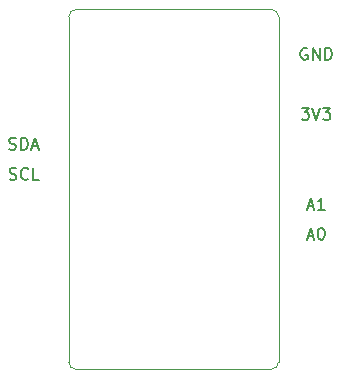
<source format=gbr>
%TF.GenerationSoftware,KiCad,Pcbnew,5.1.5+dfsg1-2~bpo10+1*%
%TF.CreationDate,Date%
%TF.ProjectId,ProMicro_ANA,50726f4d-6963-4726-9f5f-414e412e6b69,v1.0*%
%TF.SameCoordinates,Original*%
%TF.FileFunction,Other,Comment*%
%FSLAX45Y45*%
G04 Gerber Fmt 4.5, Leading zero omitted, Abs format (unit mm)*
G04 Created by KiCad*
%MOMM*%
%LPD*%
G04 APERTURE LIST*
%ADD10C,0.200000*%
%ADD11C,0.100000*%
G04 APERTURE END LIST*
D10*
X-627048Y1483524D02*
X-612762Y1478762D01*
X-588952Y1478762D01*
X-579429Y1483524D01*
X-574667Y1488286D01*
X-569905Y1497810D01*
X-569905Y1507333D01*
X-574667Y1516857D01*
X-579429Y1521619D01*
X-588952Y1526381D01*
X-608000Y1531143D01*
X-617524Y1535905D01*
X-622286Y1540667D01*
X-627048Y1550190D01*
X-627048Y1559714D01*
X-622286Y1569238D01*
X-617524Y1574000D01*
X-608000Y1578762D01*
X-584191Y1578762D01*
X-569905Y1574000D01*
X-469905Y1488286D02*
X-474667Y1483524D01*
X-488952Y1478762D01*
X-498476Y1478762D01*
X-512762Y1483524D01*
X-522286Y1493048D01*
X-527048Y1502571D01*
X-531810Y1521619D01*
X-531810Y1535905D01*
X-527048Y1554952D01*
X-522286Y1564476D01*
X-512762Y1574000D01*
X-498476Y1578762D01*
X-488952Y1578762D01*
X-474667Y1574000D01*
X-469905Y1569238D01*
X-379429Y1478762D02*
X-427048Y1478762D01*
X-427048Y1578762D01*
X-629429Y1737524D02*
X-615143Y1732762D01*
X-591333Y1732762D01*
X-581810Y1737524D01*
X-577048Y1742286D01*
X-572286Y1751810D01*
X-572286Y1761333D01*
X-577048Y1770857D01*
X-581810Y1775619D01*
X-591333Y1780381D01*
X-610381Y1785143D01*
X-619905Y1789905D01*
X-624667Y1794667D01*
X-629429Y1804190D01*
X-629429Y1813714D01*
X-624667Y1823238D01*
X-619905Y1828000D01*
X-610381Y1832762D01*
X-586572Y1832762D01*
X-572286Y1828000D01*
X-529429Y1732762D02*
X-529429Y1832762D01*
X-505619Y1832762D01*
X-491333Y1828000D01*
X-481810Y1818476D01*
X-477048Y1808952D01*
X-472286Y1789905D01*
X-472286Y1775619D01*
X-477048Y1756571D01*
X-481810Y1747048D01*
X-491333Y1737524D01*
X-505619Y1732762D01*
X-529429Y1732762D01*
X-434190Y1761333D02*
X-386571Y1761333D01*
X-443714Y1732762D02*
X-410381Y1832762D01*
X-377048Y1732762D01*
X1892309Y2590000D02*
X1882786Y2594762D01*
X1868500Y2594762D01*
X1854214Y2590000D01*
X1844690Y2580476D01*
X1839928Y2570952D01*
X1835167Y2551905D01*
X1835167Y2537619D01*
X1839928Y2518572D01*
X1844690Y2509048D01*
X1854214Y2499524D01*
X1868500Y2494762D01*
X1878024Y2494762D01*
X1892309Y2499524D01*
X1897071Y2504286D01*
X1897071Y2537619D01*
X1878024Y2537619D01*
X1939928Y2494762D02*
X1939928Y2594762D01*
X1997071Y2494762D01*
X1997071Y2594762D01*
X2044690Y2494762D02*
X2044690Y2594762D01*
X2068500Y2594762D01*
X2082786Y2590000D01*
X2092309Y2580476D01*
X2097071Y2570952D01*
X2101833Y2551905D01*
X2101833Y2537619D01*
X2097071Y2518572D01*
X2092309Y2509048D01*
X2082786Y2499524D01*
X2068500Y2494762D01*
X2044690Y2494762D01*
X1897071Y999333D02*
X1944690Y999333D01*
X1887548Y970762D02*
X1920881Y1070762D01*
X1954214Y970762D01*
X2006595Y1070762D02*
X2016119Y1070762D01*
X2025643Y1066000D01*
X2030405Y1061238D01*
X2035167Y1051714D01*
X2039928Y1032667D01*
X2039928Y1008857D01*
X2035167Y989810D01*
X2030405Y980286D01*
X2025643Y975524D01*
X2016119Y970762D01*
X2006595Y970762D01*
X1997071Y975524D01*
X1992309Y980286D01*
X1987548Y989810D01*
X1982786Y1008857D01*
X1982786Y1032667D01*
X1987548Y1051714D01*
X1992309Y1061238D01*
X1997071Y1066000D01*
X2006595Y1070762D01*
X1897071Y1253333D02*
X1944690Y1253333D01*
X1887548Y1224762D02*
X1920881Y1324762D01*
X1954214Y1224762D01*
X2039928Y1224762D02*
X1982786Y1224762D01*
X2011357Y1224762D02*
X2011357Y1324762D01*
X2001833Y1310476D01*
X1992309Y1300952D01*
X1982786Y1296191D01*
X1844690Y2086762D02*
X1906595Y2086762D01*
X1873262Y2048667D01*
X1887548Y2048667D01*
X1897071Y2043905D01*
X1901833Y2039143D01*
X1906595Y2029619D01*
X1906595Y2005810D01*
X1901833Y1996286D01*
X1897071Y1991524D01*
X1887548Y1986762D01*
X1858976Y1986762D01*
X1849452Y1991524D01*
X1844690Y1996286D01*
X1935167Y2086762D02*
X1968500Y1986762D01*
X2001833Y2086762D01*
X2025643Y2086762D02*
X2087548Y2086762D01*
X2054214Y2048667D01*
X2068500Y2048667D01*
X2078024Y2043905D01*
X2082786Y2039143D01*
X2087548Y2029619D01*
X2087548Y2005810D01*
X2082786Y1996286D01*
X2078024Y1991524D01*
X2068500Y1986762D01*
X2039928Y1986762D01*
X2030405Y1991524D01*
X2025643Y1996286D01*
D11*
X-63500Y-127000D02*
G75*
G02X-127000Y-63500I0J63500D01*
G01*
X1651000Y-63500D02*
G75*
G02X1587500Y-127000I-63500J0D01*
G01*
X1587500Y2921000D02*
G75*
G02X1651000Y2857500I0J-63500D01*
G01*
X-127000Y2857500D02*
G75*
G02X-63500Y2921000I63500J0D01*
G01*
X-127000Y-63500D02*
X-127000Y2857500D01*
X1587500Y-127000D02*
X-63500Y-127000D01*
X1651000Y2857500D02*
X1651000Y-63500D01*
X-63500Y2921000D02*
X1587500Y2921000D01*
M02*

</source>
